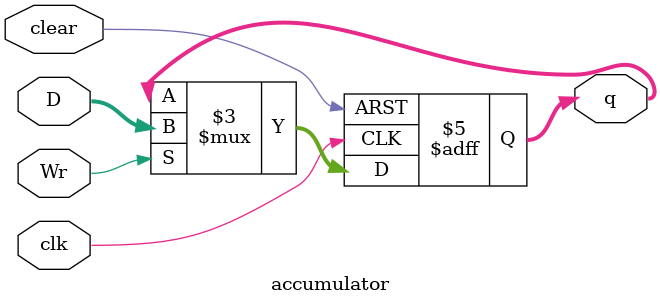
<source format=v>
module accumulator (D,Wr,clear,clk,q);
input [7:0] D;
input Wr,clear,clk;
output reg [7:0] q;

always @ (posedge clk , posedge clear) 
	begin
		if (clear) 
			q <= 0;
		else if(Wr) 
			q<=D;
		else 
			q<=q;
	end
endmodule



</source>
